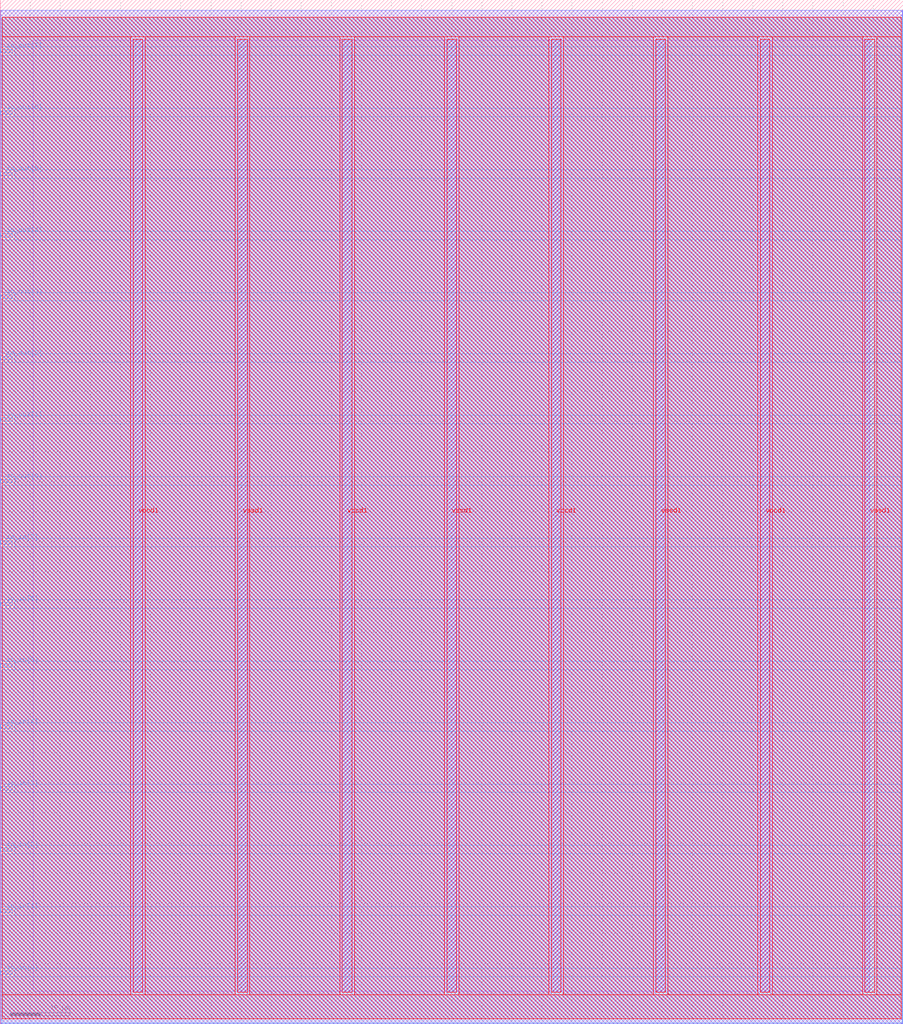
<source format=lef>
VERSION 5.7 ;
  NOWIREEXTENSIONATPIN ON ;
  DIVIDERCHAR "/" ;
  BUSBITCHARS "[]" ;
MACRO top_tt03
  CLASS BLOCK ;
  FOREIGN top_tt03 ;
  ORIGIN 0.000 0.000 ;
  SIZE 150.000 BY 170.000 ;
  PIN io_in[0]
    DIRECTION INPUT ;
    USE SIGNAL ;
    PORT
      LAYER met3 ;
        RECT 0.000 8.200 2.000 8.800 ;
    END
  END io_in[0]
  PIN io_in[1]
    DIRECTION INPUT ;
    USE SIGNAL ;
    PORT
      LAYER met3 ;
        RECT 0.000 18.400 2.000 19.000 ;
    END
  END io_in[1]
  PIN io_in[2]
    DIRECTION INPUT ;
    USE SIGNAL ;
    PORT
      LAYER met3 ;
        RECT 0.000 28.600 2.000 29.200 ;
    END
  END io_in[2]
  PIN io_in[3]
    DIRECTION INPUT ;
    USE SIGNAL ;
    PORT
      LAYER met3 ;
        RECT 0.000 38.800 2.000 39.400 ;
    END
  END io_in[3]
  PIN io_in[4]
    DIRECTION INPUT ;
    USE SIGNAL ;
    PORT
      LAYER met3 ;
        RECT 0.000 49.000 2.000 49.600 ;
    END
  END io_in[4]
  PIN io_in[5]
    DIRECTION INPUT ;
    USE SIGNAL ;
    PORT
      LAYER met3 ;
        RECT 0.000 59.200 2.000 59.800 ;
    END
  END io_in[5]
  PIN io_in[6]
    DIRECTION INPUT ;
    USE SIGNAL ;
    PORT
      LAYER met3 ;
        RECT 0.000 69.400 2.000 70.000 ;
    END
  END io_in[6]
  PIN io_in[7]
    DIRECTION INPUT ;
    USE SIGNAL ;
    PORT
      LAYER met3 ;
        RECT 0.000 79.600 2.000 80.200 ;
    END
  END io_in[7]
  PIN io_out[0]
    DIRECTION OUTPUT TRISTATE ;
    USE SIGNAL ;
    PORT
      LAYER met3 ;
        RECT 0.000 89.800 2.000 90.400 ;
    END
  END io_out[0]
  PIN io_out[1]
    DIRECTION OUTPUT TRISTATE ;
    USE SIGNAL ;
    PORT
      LAYER met3 ;
        RECT 0.000 100.000 2.000 100.600 ;
    END
  END io_out[1]
  PIN io_out[2]
    DIRECTION OUTPUT TRISTATE ;
    USE SIGNAL ;
    PORT
      LAYER met3 ;
        RECT 0.000 110.200 2.000 110.800 ;
    END
  END io_out[2]
  PIN io_out[3]
    DIRECTION OUTPUT TRISTATE ;
    USE SIGNAL ;
    PORT
      LAYER met3 ;
        RECT 0.000 120.400 2.000 121.000 ;
    END
  END io_out[3]
  PIN io_out[4]
    DIRECTION OUTPUT TRISTATE ;
    USE SIGNAL ;
    PORT
      LAYER met3 ;
        RECT 0.000 130.600 2.000 131.200 ;
    END
  END io_out[4]
  PIN io_out[5]
    DIRECTION OUTPUT TRISTATE ;
    USE SIGNAL ;
    PORT
      LAYER met3 ;
        RECT 0.000 140.800 2.000 141.400 ;
    END
  END io_out[5]
  PIN io_out[6]
    DIRECTION OUTPUT TRISTATE ;
    USE SIGNAL ;
    PORT
      LAYER met3 ;
        RECT 0.000 151.000 2.000 151.600 ;
    END
  END io_out[6]
  PIN io_out[7]
    DIRECTION OUTPUT TRISTATE ;
    USE SIGNAL ;
    PORT
      LAYER met3 ;
        RECT 0.000 161.200 2.000 161.800 ;
    END
  END io_out[7]
  PIN vccd1
    DIRECTION INOUT ;
    USE POWER ;
    PORT
      LAYER met4 ;
        RECT 22.085 5.200 23.685 163.440 ;
    END
    PORT
      LAYER met4 ;
        RECT 56.815 5.200 58.415 163.440 ;
    END
    PORT
      LAYER met4 ;
        RECT 91.545 5.200 93.145 163.440 ;
    END
    PORT
      LAYER met4 ;
        RECT 126.275 5.200 127.875 163.440 ;
    END
  END vccd1
  PIN vssd1
    DIRECTION INOUT ;
    USE GROUND ;
    PORT
      LAYER met4 ;
        RECT 39.450 5.200 41.050 163.440 ;
    END
    PORT
      LAYER met4 ;
        RECT 74.180 5.200 75.780 163.440 ;
    END
    PORT
      LAYER met4 ;
        RECT 108.910 5.200 110.510 163.440 ;
    END
    PORT
      LAYER met4 ;
        RECT 143.640 5.200 145.240 163.440 ;
    END
  END vssd1
  OBS
      LAYER li1 ;
        RECT 5.520 5.355 144.440 163.285 ;
      LAYER met1 ;
        RECT 0.070 0.040 149.890 168.260 ;
      LAYER met2 ;
        RECT 0.100 0.010 149.870 168.290 ;
      LAYER met3 ;
        RECT 0.270 162.200 149.895 167.105 ;
        RECT 2.400 160.800 149.895 162.200 ;
        RECT 0.270 152.000 149.895 160.800 ;
        RECT 2.400 150.600 149.895 152.000 ;
        RECT 0.270 141.800 149.895 150.600 ;
        RECT 2.400 140.400 149.895 141.800 ;
        RECT 0.270 131.600 149.895 140.400 ;
        RECT 2.400 130.200 149.895 131.600 ;
        RECT 0.270 121.400 149.895 130.200 ;
        RECT 2.400 120.000 149.895 121.400 ;
        RECT 0.270 111.200 149.895 120.000 ;
        RECT 2.400 109.800 149.895 111.200 ;
        RECT 0.270 101.000 149.895 109.800 ;
        RECT 2.400 99.600 149.895 101.000 ;
        RECT 0.270 90.800 149.895 99.600 ;
        RECT 2.400 89.400 149.895 90.800 ;
        RECT 0.270 80.600 149.895 89.400 ;
        RECT 2.400 79.200 149.895 80.600 ;
        RECT 0.270 70.400 149.895 79.200 ;
        RECT 2.400 69.000 149.895 70.400 ;
        RECT 0.270 60.200 149.895 69.000 ;
        RECT 2.400 58.800 149.895 60.200 ;
        RECT 0.270 50.000 149.895 58.800 ;
        RECT 2.400 48.600 149.895 50.000 ;
        RECT 0.270 39.800 149.895 48.600 ;
        RECT 2.400 38.400 149.895 39.800 ;
        RECT 0.270 29.600 149.895 38.400 ;
        RECT 2.400 28.200 149.895 29.600 ;
        RECT 0.270 19.400 149.895 28.200 ;
        RECT 2.400 18.000 149.895 19.400 ;
        RECT 0.270 9.200 149.895 18.000 ;
        RECT 2.400 7.800 149.895 9.200 ;
        RECT 0.270 0.175 149.895 7.800 ;
      LAYER met4 ;
        RECT 0.295 163.840 149.665 167.105 ;
        RECT 0.295 4.800 21.685 163.840 ;
        RECT 24.085 4.800 39.050 163.840 ;
        RECT 41.450 4.800 56.415 163.840 ;
        RECT 58.815 4.800 73.780 163.840 ;
        RECT 76.180 4.800 91.145 163.840 ;
        RECT 93.545 4.800 108.510 163.840 ;
        RECT 110.910 4.800 125.875 163.840 ;
        RECT 128.275 4.800 143.240 163.840 ;
        RECT 145.640 4.800 149.665 163.840 ;
        RECT 0.295 0.855 149.665 4.800 ;
  END
END top_tt03
END LIBRARY


</source>
